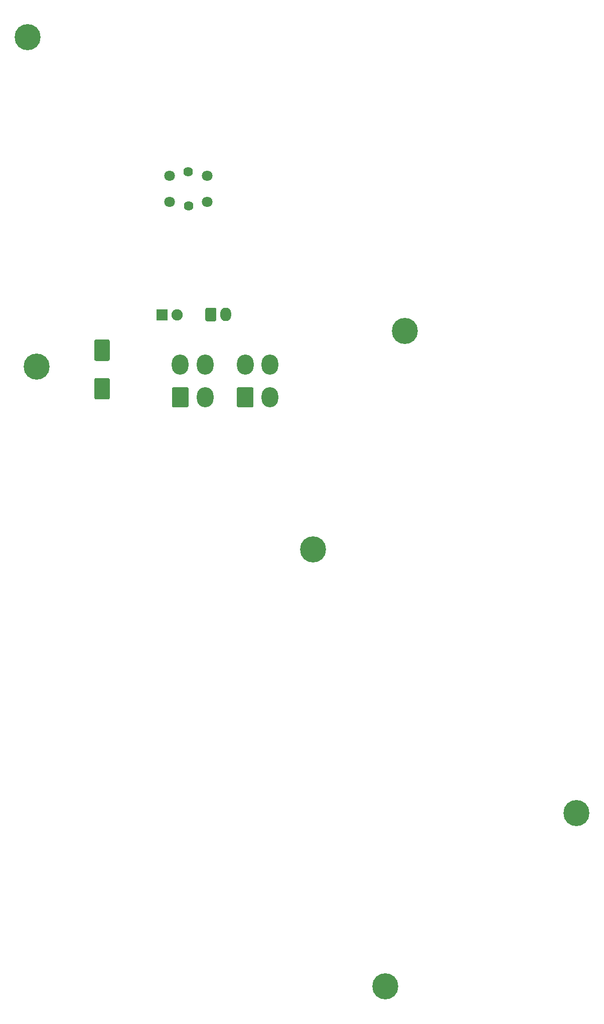
<source format=gbr>
%TF.GenerationSoftware,KiCad,Pcbnew,(5.1.6)-1*%
%TF.CreationDate,2021-07-24T00:53:31+10:00*%
%TF.ProjectId,DISP-EMC Panel PCB V1,44495350-2d45-44d4-9320-50616e656c20,rev?*%
%TF.SameCoordinates,Original*%
%TF.FileFunction,Soldermask,Bot*%
%TF.FilePolarity,Negative*%
%FSLAX46Y46*%
G04 Gerber Fmt 4.6, Leading zero omitted, Abs format (unit mm)*
G04 Created by KiCad (PCBNEW (5.1.6)-1) date 2021-07-24 00:53:31*
%MOMM*%
%LPD*%
G01*
G04 APERTURE LIST*
%ADD10C,4.400000*%
%ADD11O,2.800000X3.400000*%
%ADD12C,1.624000*%
%ADD13C,1.800000*%
%ADD14O,1.840000X2.290000*%
%ADD15C,1.900000*%
%ADD16R,1.900000X1.900000*%
G04 APERTURE END LIST*
D10*
%TO.C,6*%
X109829600Y-174244000D03*
%TD*%
%TO.C,5*%
X142087600Y-145034000D03*
%TD*%
%TO.C,4*%
X97637600Y-100558600D03*
%TD*%
%TO.C,3*%
X113131600Y-63754000D03*
%TD*%
%TO.C,3*%
X50977800Y-69748400D03*
%TD*%
%TO.C,1*%
X49403000Y-14198600D03*
%TD*%
D11*
%TO.C,J2*%
X79400000Y-69400000D03*
X75200000Y-69400000D03*
X79400000Y-74900000D03*
G36*
G01*
X73800000Y-76340740D02*
X73800000Y-73459260D01*
G75*
G02*
X74059260Y-73200000I259260J0D01*
G01*
X76340740Y-73200000D01*
G75*
G02*
X76600000Y-73459260I0J-259260D01*
G01*
X76600000Y-76340740D01*
G75*
G02*
X76340740Y-76600000I-259260J0D01*
G01*
X74059260Y-76600000D01*
G75*
G02*
X73800000Y-76340740I0J259260D01*
G01*
G37*
%TD*%
%TO.C,J1*%
X90350000Y-69400000D03*
X86150000Y-69400000D03*
X90350000Y-74900000D03*
G36*
G01*
X84750000Y-76340740D02*
X84750000Y-73459260D01*
G75*
G02*
X85009260Y-73200000I259260J0D01*
G01*
X87290740Y-73200000D01*
G75*
G02*
X87550000Y-73459260I0J-259260D01*
G01*
X87550000Y-76340740D01*
G75*
G02*
X87290740Y-76600000I-259260J0D01*
G01*
X85009260Y-76600000D01*
G75*
G02*
X84750000Y-76340740I0J259260D01*
G01*
G37*
%TD*%
D12*
%TO.C,SW1*%
X76595600Y-42671800D03*
X76555600Y-36880800D03*
D13*
X79730600Y-41960800D03*
X73380600Y-41960800D03*
X79730600Y-37515800D03*
X73380600Y-37515800D03*
%TD*%
D14*
%TO.C,J3*%
X82900000Y-60950000D03*
G36*
G01*
X79440000Y-61830633D02*
X79440000Y-60069367D01*
G75*
G02*
X79704367Y-59805000I264367J0D01*
G01*
X81015633Y-59805000D01*
G75*
G02*
X81280000Y-60069367I0J-264367D01*
G01*
X81280000Y-61830633D01*
G75*
G02*
X81015633Y-62095000I-264367J0D01*
G01*
X79704367Y-62095000D01*
G75*
G02*
X79440000Y-61830633I0J264367D01*
G01*
G37*
%TD*%
D15*
%TO.C,D1*%
X74644800Y-60998600D03*
D16*
X72104800Y-60998600D03*
%TD*%
%TO.C,C1*%
G36*
G01*
X63031400Y-68755200D02*
X60951400Y-68755200D01*
G75*
G02*
X60691400Y-68495200I0J260000D01*
G01*
X60691400Y-65415200D01*
G75*
G02*
X60951400Y-65155200I260000J0D01*
G01*
X63031400Y-65155200D01*
G75*
G02*
X63291400Y-65415200I0J-260000D01*
G01*
X63291400Y-68495200D01*
G75*
G02*
X63031400Y-68755200I-260000J0D01*
G01*
G37*
G36*
G01*
X63031400Y-75255200D02*
X60951400Y-75255200D01*
G75*
G02*
X60691400Y-74995200I0J260000D01*
G01*
X60691400Y-71915200D01*
G75*
G02*
X60951400Y-71655200I260000J0D01*
G01*
X63031400Y-71655200D01*
G75*
G02*
X63291400Y-71915200I0J-260000D01*
G01*
X63291400Y-74995200D01*
G75*
G02*
X63031400Y-75255200I-260000J0D01*
G01*
G37*
%TD*%
M02*

</source>
